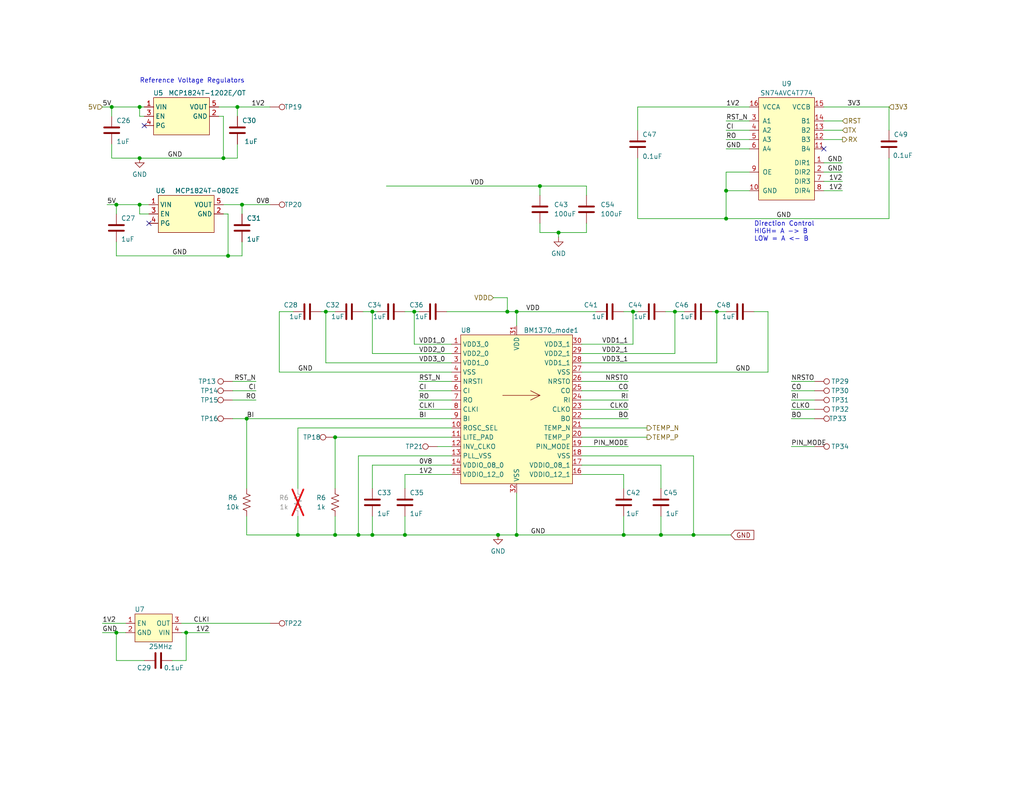
<source format=kicad_sch>
(kicad_sch (version 20231120) (generator "eeschema") (generator_version "8.0")
  (paper "A")
  (title_block (title "bitaxeGamma") (date "2024-09-26") (rev "602"))
  (lib_symbols
    (symbol "Connector:TestPoint" (pin_numbers hide) (pin_names (offset 0.762) hide)
      (property "Reference" "TP" (at 0 6.858 0))
      (property "Value" "TestPoint" (at 0 5.08 0))
      (symbol "TestPoint_0_1"
        (circle (center 0 3.302) (radius 0.762))
      )
      (symbol "TestPoint_1_1"
        (pin passive line (at 0 0 90) (length 2.54) (name "1") (number "1"))
      )
    )
    (symbol "Device:C" (pin_numbers hide) (pin_names (offset 0.254))
      (property "Reference" "C" (at 0.635 2.54 0))
      (property "Value" "C" (at 0.635 -2.54 0))
      (symbol "C_0_1"
        (polyline (pts (xy -2.032 -0.762) (xy 2.032 -0.762)) (stroke (width 0.508)))
        (polyline (pts (xy -2.032 0.762) (xy 2.032 0.762)) (stroke (width 0.508)))
      )
      (symbol "C_1_1"
        (pin passive line (at 0 3.81 270) (length 2.794) (name "~") (number "1"))
        (pin passive line (at 0 -3.81 90) (length 2.794) (name "~") (number "2"))
      )
    )
    (symbol "Device:R_US" (pin_numbers hide) (pin_names (offset 0))
      (property "Reference" "R" (at 2.54 0 90))
      (property "Value" "R_US" (at -2.54 0 90))
      (symbol "R_US_0_1"
        (polyline (pts (xy 0 -2.286) (xy 0 -2.54)))
        (polyline (pts (xy 0 2.286) (xy 0 2.54)))
        (polyline (pts (xy 0 -0.762) (xy 1.016 -1.143) (xy 0 -1.524) (xy -1.016 -1.905) (xy 0 -2.286)))
        (polyline (pts (xy 0 0.762) (xy 1.016 0.381) (xy 0 0) (xy -1.016 -0.381) (xy 0 -0.762)))
        (polyline (pts (xy 0 2.286) (xy 1.016 1.905) (xy 0 1.524) (xy -1.016 1.143) (xy 0 0.762)))
      )
      (symbol "R_US_1_1"
        (pin passive line (at 0 3.81 270) (length 1.27) (name "~") (number "1"))
        (pin passive line (at 0 -3.81 90) (length 1.27) (name "~") (number "2"))
      )
    )
    (symbol "MCP1824_1"
      (property "Reference" "U" (at -7.62 5.08 0))
      (property "Value" "MCP1824_1" (at 5.08 5.08 0))
      (symbol "MCP1824_1_0_1"
        (rectangle (start -7.62 3.81) (end 7.62 -6.35) (stroke (width 0.1524)) (fill (type background)))
      )
      (symbol "MCP1824_1_1_0"
        (pin bidirectional line (at -10.16 1.27 0) (length 2.54) (name "VIN") (number "1"))
        (pin bidirectional line (at 10.16 -1.27 180) (length 2.54) (name "GND") (number "2"))
        (pin bidirectional line (at -10.16 -1.27 0) (length 2.54) (name "EN") (number "3"))
        (pin bidirectional line (at -10.16 -3.81 0) (length 2.54) (name "PG") (number "4"))
        (pin bidirectional line (at 10.16 1.27 180) (length 2.54) (name "VOUT") (number "5"))
      )
    )
    (symbol "bitaxe:BM1370_mode1"
      (property "Reference" "U4" (at -15.24 21.59 0))
      (property "Value" "BM1370_mode1" (at 1.905 21.59 0))
      (symbol "BM1370_mode1_0_1"
        (rectangle (start -15.24 20.32) (end 15.24 -20.32) (fill (type background)))
        (polyline (pts (xy -3.81 3.81) (xy 6.35 3.81)))
        (polyline (pts (xy 3.81 2.54) (xy 6.35 3.81)))
        (polyline (pts (xy 3.81 5.08) (xy 6.35 3.81)))
      )
      (symbol "BM1370_mode1_1_1"
        (pin power_in line (at -17.78 17.78 0) (length 2.54) (name "VDD3_0") (number "1"))
        (pin unspecified line (at -17.78 -5.08 0) (length 2.54) (name "ROSC_SEL") (number "10"))
        (pin unspecified line (at -17.78 -7.62 0) (length 2.54) (name "LITE_PAD") (number "11"))
        (pin unspecified line (at -17.78 -10.16 0) (length 2.54) (name "INV_CLKO") (number "12"))
        (pin power_in line (at -17.78 -12.7 0) (length 2.54) (name "PLL_VSS") (number "13"))
        (pin power_in line (at -17.78 -15.24 0) (length 2.54) (name "VDDIO_08_0") (number "14"))
        (pin power_in line (at -17.78 -17.78 0) (length 2.54) (name "VDDIO_12_0") (number "15"))
        (pin power_in line (at 17.78 -17.78 180) (length 2.54) (name "VDDIO_12_1") (number "16"))
        (pin power_in line (at 17.78 -15.24 180) (length 2.54) (name "VDDIO_08_1") (number "17"))
        (pin power_in line (at 17.78 -12.7 180) (length 2.54) (name "VSS") (number "18"))
        (pin input line (at 17.78 -10.16 180) (length 2.54) (name "PIN_MODE") (number "19"))
        (pin power_in line (at -17.78 15.24 0) (length 2.54) (name "VDD2_0") (number "2"))
        (pin unspecified line (at 17.78 -7.62 180) (length 2.54) (name "TEMP_P") (number "20"))
        (pin unspecified line (at 17.78 -5.08 180) (length 2.54) (name "TEMP_N") (number "21"))
        (pin output line (at 17.78 -2.54 180) (length 2.54) (name "BO") (number "22"))
        (pin output line (at 17.78 0 180) (length 2.54) (name "CLKO") (number "23"))
        (pin input line (at 17.78 2.54 180) (length 2.54) (name "RI") (number "24"))
        (pin output line (at 17.78 5.08 180) (length 2.54) (name "CO") (number "25"))
        (pin output line (at 17.78 7.62 180) (length 2.54) (name "NRSTO") (number "26"))
        (pin power_in line (at 17.78 10.16 180) (length 2.54) (name "VSS") (number "27"))
        (pin power_in line (at 17.78 12.7 180) (length 2.54) (name "VDD1_1") (number "28"))
        (pin power_in line (at 17.78 15.24 180) (length 2.54) (name "VDD2_1") (number "29"))
        (pin power_in line (at -17.78 12.7 0) (length 2.54) (name "VDD1_0") (number "3"))
        (pin power_in line (at 17.78 17.78 180) (length 2.54) (name "VDD3_1") (number "30"))
        (pin power_in line (at 0 22.86 270) (length 2.54) (name "VDD") (number "31"))
        (pin power_in line (at 0 -22.86 90) (length 2.54) (name "VSS") (number "32"))
        (pin power_in line (at -17.78 10.16 0) (length 2.54) (name "VSS") (number "4"))
        (pin input line (at -17.78 7.62 0) (length 2.54) (name "NRSTI") (number "5"))
        (pin input line (at -17.78 5.08 0) (length 2.54) (name "CI") (number "6"))
        (pin output line (at -17.78 2.54 0) (length 2.54) (name "RO") (number "7"))
        (pin input line (at -17.78 0 0) (length 2.54) (name "CLKI") (number "8"))
        (pin input line (at -17.78 -2.54 0) (length 2.54) (name "BI") (number "9"))
      )
    )
    (symbol "bitaxe:MCP1824"
      (property "Reference" "U" (at -7.62 5.08 0))
      (property "Value" "MCP1824" (at 5.08 5.08 0))
      (symbol "MCP1824_0_1"
        (rectangle (start -7.62 3.81) (end 7.62 -6.35) (stroke (width 0.1524)) (fill (type background)))
      )
      (symbol "MCP1824_1_0"
        (pin bidirectional line (at -10.16 1.27 0) (length 2.54) (name "VIN") (number "1"))
        (pin bidirectional line (at 10.16 -1.27 180) (length 2.54) (name "GND") (number "2"))
        (pin bidirectional line (at -10.16 -1.27 0) (length 2.54) (name "EN") (number "3"))
        (pin bidirectional line (at -10.16 -3.81 0) (length 2.54) (name "PG") (number "4"))
        (pin bidirectional line (at 10.16 1.27 180) (length 2.54) (name "VOUT") (number "5"))
      )
    )
    (symbol "bitaxe:SN74AVC4T774" (pin_names (offset 1.016))
      (property "Reference" "U" (at -6.35 12.7 0))
      (property "Value" "SN74AVC4T774" (at -7.62 -19.05 0))
      (symbol "SN74AVC4T774_0_0"
        (rectangle (start -7.62 11.43) (end 7.62 -16.51) (stroke (width 0.1524)) (fill (type background)))
      )
      (symbol "SN74AVC4T774_1_0"
        (pin input line (at 10.16 -6.35 180) (length 2.54) (name "DIR1") (number "1"))
        (pin power_in line (at -10.16 -13.97 0) (length 2.54) (name "GND") (number "10"))
        (pin bidirectional line (at 10.16 -2.54 180) (length 2.54) (name "B4") (number "11"))
        (pin bidirectional line (at 10.16 0 180) (length 2.54) (name "B3") (number "12"))
        (pin bidirectional line (at 10.16 2.54 180) (length 2.54) (name "B2") (number "13"))
        (pin bidirectional line (at 10.16 5.08 180) (length 2.54) (name "B1") (number "14"))
        (pin power_in line (at 10.16 8.89 180) (length 2.54) (name "VCCB") (number "15"))
        (pin power_in line (at -10.16 8.89 0) (length 2.54) (name "VCCA") (number "16"))
        (pin input line (at 10.16 -8.89 180) (length 2.54) (name "DIR2") (number "2"))
        (pin bidirectional line (at -10.16 5.08 0) (length 2.54) (name "A1") (number "3"))
        (pin bidirectional line (at -10.16 2.54 0) (length 2.54) (name "A2") (number "4"))
        (pin bidirectional line (at -10.16 0 0) (length 2.54) (name "A3") (number "5"))
        (pin bidirectional line (at -10.16 -2.54 0) (length 2.54) (name "A4") (number "6"))
        (pin input line (at 10.16 -11.43 180) (length 2.54) (name "DIR3") (number "7"))
        (pin input line (at 10.16 -13.97 180) (length 2.54) (name "DIR4") (number "8"))
        (pin input line (at -10.16 -8.89 0) (length 2.54) (name "OE") (number "9"))
      )
    )
    (symbol "bitaxe:oscillator"
      (property "Reference" "U" (at -3.81 5.08 0))
      (property "Value" "oscillator" (at 0 -5.08 0))
      (symbol "oscillator_0_1"
        (rectangle (start -5.08 3.81) (end 5.08 -3.81) (stroke (width 0.1524)) (fill (type background)))
      )
      (symbol "oscillator_1_0"
        (pin bidirectional line (at -7.62 1.27 0) (length 2.54) (name "EN") (number "1"))
        (pin bidirectional line (at -7.62 -1.27 0) (length 2.54) (name "GND") (number "2"))
        (pin bidirectional line (at 7.62 1.27 180) (length 2.54) (name "OUT") (number "3"))
        (pin bidirectional line (at 7.62 -1.27 180) (length 2.54) (name "VIN") (number "4"))
      )
    )
    (symbol "power:GND" (power) (pin_names (offset 0))
      (property "Value" "GND" (at 0 -3.81 0))
      (symbol "GND_0_1"
        (polyline (pts (xy 0 0) (xy 0 -1.27) (xy 1.27 -1.27) (xy 0 -2.54) (xy -1.27 -1.27) (xy 0 -1.27)))
      )
      (symbol "GND_1_1"
        (pin power_in line (at 0 0 270) (length 0) hide (name "GND") (number "1"))
      )
    )
  )
  (junction (at 180.34 146.05))
  (junction (at 184.15 85.09))
  (junction (at 38.1 43.18))
  (junction (at 67.31 114.3))
  (junction (at 30.48 29.21) (diameter 0.9144))
  (junction (at 38.1 55.88))
  (junction (at 62.23 69.85) (diameter 0.9144))
  (junction (at 101.6 85.09))
  (junction (at 101.6 146.05))
  (junction (at 91.44 119.38))
  (junction (at 113.03 85.09))
  (junction (at 97.79 146.05))
  (junction (at 110.49 146.05))
  (junction (at 64.77 29.21) (diameter 0.9144))
  (junction (at 189.23 146.05))
  (junction (at 50.8 172.72))
  (junction (at 138.43 85.09))
  (junction (at 147.32 50.8))
  (junction (at 135.89 146.05))
  (junction (at 91.44 146.05))
  (junction (at 31.75 55.88) (diameter 0.9144))
  (junction (at 198.12 52.07))
  (junction (at 198.12 59.69))
  (junction (at 170.18 146.05))
  (junction (at 172.72 85.09))
  (junction (at 81.28 146.05))
  (junction (at 60.96 43.18) (diameter 0.9144))
  (junction (at 195.58 85.09))
  (junction (at 38.1 29.21))
  (junction (at 88.9 85.09))
  (junction (at 140.97 85.09))
  (junction (at 31.75 172.72))
  (junction (at 152.4 63.5))
  (junction (at 140.97 146.05))
  (junction (at 66.04 55.88) (diameter 0.9144))
  (no_connect (at 40.64 60.96))
  (no_connect (at 224.79 40.64))
  (no_connect (at 39.37 34.29))
  (wire (pts (xy 31.75 180.34) (xy 31.75 172.72)))
  (wire (pts (xy 180.34 146.05) (xy 189.23 146.05)))
  (wire (pts (xy 101.6 127) (xy 123.19 127)))
  (wire (pts (xy 110.49 129.54) (xy 110.49 133.35)))
  (wire (pts (xy 242.57 29.21) (xy 242.57 35.56)))
  (wire (pts (xy 88.9 99.06) (xy 88.9 85.09)))
  (wire (pts (xy 198.12 59.69) (xy 242.57 59.69)))
  (wire (pts (xy 140.97 134.62) (xy 140.97 146.05)))
  (wire (pts (xy 134.62 81.28) (xy 138.43 81.28)))
  (wire (pts (xy 91.44 140.97) (xy 91.44 146.05)))
  (wire (pts (xy 160.02 63.5) (xy 160.02 60.96)))
  (wire (pts (xy 215.9 114.3) (xy 222.25 114.3)))
  (wire (pts (xy 195.58 99.06) (xy 195.58 85.09)))
  (wire (pts (xy 198.12 52.07) (xy 198.12 59.69)))
  (wire (pts (xy 114.3 104.14) (xy 123.19 104.14)))
  (wire (pts (xy 110.49 85.09) (xy 113.03 85.09)))
  (wire (pts (xy 113.03 85.09) (xy 114.3 85.09)))
  (wire (pts (xy 158.75 121.92) (xy 171.45 121.92)))
  (wire (pts (xy 64.77 39.37) (xy 64.77 43.18)))
  (wire (pts (xy 158.75 124.46) (xy 189.23 124.46)))
  (wire (pts (xy 158.75 93.98) (xy 172.72 93.98)))
  (wire (pts (xy 81.28 146.05) (xy 91.44 146.05)))
  (wire (pts (xy 60.96 31.75) (xy 59.69 31.75)))
  (wire (pts (xy 31.75 55.88) (xy 38.1 55.88)))
  (wire (pts (xy 158.75 104.14) (xy 171.45 104.14)))
  (wire (pts (xy 88.9 85.09) (xy 91.44 85.09)))
  (wire (pts (xy 101.6 127) (xy 101.6 133.35)))
  (wire (pts (xy 76.2 101.6) (xy 76.2 85.09)))
  (wire (pts (xy 101.6 146.05) (xy 110.49 146.05)))
  (wire (pts (xy 162.56 85.09) (xy 140.97 85.09)))
  (wire (pts (xy 184.15 85.09) (xy 186.69 85.09)))
  (wire (pts (xy 46.99 180.34) (xy 50.8 180.34)))
  (wire (pts (xy 152.4 63.5) (xy 160.02 63.5)))
  (wire (pts (xy 209.55 85.09) (xy 205.74 85.09)))
  (wire (pts (xy 189.23 124.46) (xy 189.23 146.05)))
  (wire (pts (xy 152.4 64.77) (xy 152.4 63.5)))
  (wire (pts (xy 99.06 85.09) (xy 101.6 85.09)))
  (wire (pts (xy 62.23 58.42) (xy 60.96 58.42)))
  (wire (pts (xy 242.57 43.18) (xy 242.57 59.69)))
  (wire (pts (xy 180.34 127) (xy 180.34 133.35)))
  (wire (pts (xy 64.77 43.18) (xy 60.96 43.18)))
  (wire (pts (xy 31.75 66.04) (xy 31.75 69.85)))
  (wire (pts (xy 158.75 109.22) (xy 171.45 109.22)))
  (wire (pts (xy 204.47 46.99) (xy 198.12 46.99)))
  (wire (pts (xy 172.72 93.98) (xy 172.72 85.09)))
  (wire (pts (xy 50.8 172.72) (xy 57.15 172.72)))
  (wire (pts (xy 147.32 60.96) (xy 147.32 63.5)))
  (wire (pts (xy 158.75 96.52) (xy 184.15 96.52)))
  (wire (pts (xy 31.75 55.88) (xy 31.75 58.42)))
  (wire (pts (xy 67.31 140.97) (xy 67.31 146.05)))
  (wire (pts (xy 209.55 101.6) (xy 209.55 85.09)))
  (wire (pts (xy 62.23 69.85) (xy 31.75 69.85)))
  (wire (pts (xy 66.04 66.04) (xy 66.04 69.85)))
  (wire (pts (xy 224.79 35.56) (xy 229.87 35.56)))
  (wire (pts (xy 66.04 55.88) (xy 73.66 55.88)))
  (wire (pts (xy 215.9 106.68) (xy 222.25 106.68)))
  (wire (pts (xy 81.28 140.97) (xy 81.28 146.05)))
  (wire (pts (xy 50.8 180.34) (xy 50.8 172.72)))
  (wire (pts (xy 113.03 93.98) (xy 123.19 93.98)))
  (wire (pts (xy 66.04 69.85) (xy 62.23 69.85)))
  (wire (pts (xy 67.31 114.3) (xy 123.19 114.3)))
  (wire (pts (xy 38.1 58.42) (xy 38.1 55.88)))
  (wire (pts (xy 114.3 106.68) (xy 123.19 106.68)))
  (wire (pts (xy 30.48 39.37) (xy 30.48 43.18)))
  (wire (pts (xy 160.02 50.8) (xy 147.32 50.8)))
  (wire (pts (xy 38.1 29.21) (xy 39.37 29.21)))
  (wire (pts (xy 121.92 85.09) (xy 138.43 85.09)))
  (wire (pts (xy 62.23 58.42) (xy 62.23 69.85)))
  (wire (pts (xy 87.63 85.09) (xy 88.9 85.09)))
  (wire (pts (xy 91.44 119.38) (xy 91.44 133.35)))
  (wire (pts (xy 158.75 99.06) (xy 195.58 99.06)))
  (wire (pts (xy 123.19 101.6) (xy 76.2 101.6)))
  (wire (pts (xy 160.02 53.34) (xy 160.02 50.8)))
  (wire (pts (xy 101.6 96.52) (xy 123.19 96.52)))
  (wire (pts (xy 81.28 116.84) (xy 123.19 116.84)))
  (wire (pts (xy 88.9 99.06) (xy 123.19 99.06)))
  (wire (pts (xy 138.43 81.28) (xy 138.43 85.09)))
  (wire (pts (xy 158.75 127) (xy 180.34 127)))
  (wire (pts (xy 38.1 31.75) (xy 39.37 31.75)))
  (wire (pts (xy 97.79 124.46) (xy 97.79 146.05)))
  (wire (pts (xy 215.9 121.92) (xy 222.25 121.92)))
  (wire (pts (xy 224.79 38.1) (xy 229.87 38.1)))
  (wire (pts (xy 81.28 146.05) (xy 67.31 146.05)))
  (wire (pts (xy 181.61 85.09) (xy 184.15 85.09)))
  (wire (pts (xy 31.75 172.72) (xy 34.29 172.72)))
  (wire (pts (xy 224.79 46.99) (xy 229.87 46.99)))
  (wire (pts (xy 158.75 129.54) (xy 170.18 129.54)))
  (wire (pts (xy 101.6 140.97) (xy 101.6 146.05)))
  (wire (pts (xy 158.75 114.3) (xy 171.45 114.3)))
  (wire (pts (xy 215.9 111.76) (xy 222.25 111.76)))
  (wire (pts (xy 224.79 29.21) (xy 242.57 29.21)))
  (wire (pts (xy 158.75 106.68) (xy 171.45 106.68)))
  (wire (pts (xy 38.1 55.88) (xy 40.64 55.88)))
  (wire (pts (xy 158.75 101.6) (xy 209.55 101.6)))
  (wire (pts (xy 198.12 35.56) (xy 204.47 35.56)))
  (wire (pts (xy 60.96 31.75) (xy 60.96 43.18)))
  (wire (pts (xy 110.49 129.54) (xy 123.19 129.54)))
  (wire (pts (xy 110.49 140.97) (xy 110.49 146.05)))
  (wire (pts (xy 60.96 55.88) (xy 66.04 55.88)))
  (wire (pts (xy 63.5 106.68) (xy 69.85 106.68)))
  (wire (pts (xy 170.18 140.97) (xy 170.18 146.05)))
  (wire (pts (xy 198.12 33.02) (xy 204.47 33.02)))
  (wire (pts (xy 195.58 85.09) (xy 198.12 85.09)))
  (wire (pts (xy 170.18 85.09) (xy 172.72 85.09)))
  (wire (pts (xy 30.48 29.21) (xy 38.1 29.21)))
  (wire (pts (xy 27.94 29.21) (xy 30.48 29.21)))
  (wire (pts (xy 224.79 44.45) (xy 229.87 44.45)))
  (wire (pts (xy 158.75 116.84) (xy 176.53 116.84)))
  (wire (pts (xy 30.48 29.21) (xy 30.48 31.75)))
  (wire (pts (xy 27.94 170.18) (xy 34.29 170.18)))
  (wire (pts (xy 123.19 119.38) (xy 91.44 119.38)))
  (wire (pts (xy 147.32 63.5) (xy 152.4 63.5)))
  (wire (pts (xy 38.1 58.42) (xy 40.64 58.42)))
  (wire (pts (xy 119.38 121.92) (xy 123.19 121.92)))
  (wire (pts (xy 173.99 43.18) (xy 173.99 59.69)))
  (wire (pts (xy 101.6 96.52) (xy 101.6 85.09)))
  (wire (pts (xy 173.99 29.21) (xy 204.47 29.21)))
  (wire (pts (xy 29.21 55.88) (xy 31.75 55.88)))
  (wire (pts (xy 224.79 33.02) (xy 229.87 33.02)))
  (wire (pts (xy 224.79 49.53) (xy 229.87 49.53)))
  (wire (pts (xy 101.6 85.09) (xy 102.87 85.09)))
  (wire (pts (xy 189.23 146.05) (xy 199.39 146.05)))
  (wire (pts (xy 59.69 29.21) (xy 64.77 29.21)))
  (wire (pts (xy 173.99 59.69) (xy 198.12 59.69)))
  (wire (pts (xy 49.53 172.72) (xy 50.8 172.72)))
  (wire (pts (xy 76.2 85.09) (xy 80.01 85.09)))
  (wire (pts (xy 215.9 109.22) (xy 222.25 109.22)))
  (wire (pts (xy 170.18 129.54) (xy 170.18 133.35)))
  (wire (pts (xy 97.79 146.05) (xy 101.6 146.05)))
  (wire (pts (xy 198.12 38.1) (xy 204.47 38.1)))
  (wire (pts (xy 114.3 109.22) (xy 123.19 109.22)))
  (wire (pts (xy 194.31 85.09) (xy 195.58 85.09)))
  (wire (pts (xy 27.94 172.72) (xy 31.75 172.72)))
  (wire (pts (xy 158.75 119.38) (xy 176.53 119.38)))
  (wire (pts (xy 198.12 40.64) (xy 204.47 40.64)))
  (wire (pts (xy 64.77 29.21) (xy 64.77 31.75)))
  (wire (pts (xy 38.1 43.18) (xy 30.48 43.18)))
  (wire (pts (xy 67.31 114.3) (xy 67.31 133.35)))
  (wire (pts (xy 198.12 46.99) (xy 198.12 52.07)))
  (wire (pts (xy 170.18 146.05) (xy 180.34 146.05)))
  (wire (pts (xy 140.97 85.09) (xy 140.97 88.9)))
  (wire (pts (xy 113.03 85.09) (xy 113.03 93.98)))
  (wire (pts (xy 140.97 146.05) (xy 170.18 146.05)))
  (wire (pts (xy 66.04 55.88) (xy 66.04 58.42)))
  (wire (pts (xy 147.32 53.34) (xy 147.32 50.8)))
  (wire (pts (xy 64.77 29.21) (xy 73.66 29.21)))
  (wire (pts (xy 110.49 146.05) (xy 135.89 146.05)))
  (wire (pts (xy 38.1 31.75) (xy 38.1 29.21)))
  (wire (pts (xy 114.3 111.76) (xy 123.19 111.76)))
  (wire (pts (xy 173.99 29.21) (xy 173.99 35.56)))
  (wire (pts (xy 224.79 52.07) (xy 229.87 52.07)))
  (wire (pts (xy 135.89 146.05) (xy 140.97 146.05)))
  (wire (pts (xy 123.19 124.46) (xy 97.79 124.46)))
  (wire (pts (xy 81.28 116.84) (xy 81.28 133.35)))
  (wire (pts (xy 172.72 85.09) (xy 173.99 85.09)))
  (wire (pts (xy 215.9 104.14) (xy 222.25 104.14)))
  (wire (pts (xy 63.5 109.22) (xy 69.85 109.22)))
  (wire (pts (xy 91.44 146.05) (xy 97.79 146.05)))
  (wire (pts (xy 105.41 50.8) (xy 147.32 50.8)))
  (wire (pts (xy 39.37 180.34) (xy 31.75 180.34)))
  (wire (pts (xy 204.47 52.07) (xy 198.12 52.07)))
  (wire (pts (xy 184.15 96.52) (xy 184.15 85.09)))
  (wire (pts (xy 158.75 111.76) (xy 171.45 111.76)))
  (wire (pts (xy 63.5 114.3) (xy 67.31 114.3)))
  (wire (pts (xy 49.53 170.18) (xy 73.66 170.18)))
  (wire (pts (xy 63.5 104.14) (xy 69.85 104.14)))
  (wire (pts (xy 138.43 85.09) (xy 140.97 85.09)))
  (wire (pts (xy 180.34 140.97) (xy 180.34 146.05)))
  (wire (pts (xy 60.96 43.18) (xy 38.1 43.18)))
  (text "Reference Voltage Regulators" (at 38.1 22.86 0) (effects (font (size 1.27 1.27)) (justify left bottom)))
  (text "Direction Control\nHIGH= A -> B\nLOW = A <- B" (at 205.74 66.04 0) (effects (font (size 1.27 1.27)) (justify left bottom)))
  (label "GND" (at 45.72 43.18 0))
  (label "RST_N" (at 69.85 104.14 180))
  (label "GND" (at 229.87 46.99 180))
  (label "1V2" (at 114.3 129.54 0))
  (label "1V2" (at 68.58 29.21 0))
  (label "BI" (at 67.31 114.3 0))
  (label "GND" (at 27.94 172.72 0))
  (label "CLKO" (at 171.45 111.76 180))
  (label "RST_N" (at 114.3 104.14 0))
  (label "5V" (at 29.21 55.88 0))
  (label "RO" (at 114.3 109.22 0))
  (label "0V8" (at 69.85 55.88 0))
  (label "CO" (at 215.9 106.68 0))
  (label "GND" (at 144.78 146.05 0))
  (label "BO" (at 215.9 114.3 0))
  (label "GND" (at 198.12 40.64 0))
  (label "5V" (at 27.94 29.21 0))
  (label "CI" (at 198.12 35.56 0))
  (label "PIN_MODE" (at 215.9 121.92 0))
  (label "1V2" (at 229.87 49.53 180))
  (label "CI" (at 69.85 106.68 180))
  (label "1V2" (at 27.94 170.18 0))
  (label "RO" (at 198.12 38.1 0))
  (label "NRSTO" (at 215.9 104.14 0))
  (label "PIN_MODE" (at 171.45 121.92 180))
  (label "0V8" (at 114.3 127 0))
  (label "GND" (at 46.99 69.85 0))
  (label "1V2" (at 229.87 52.07 180))
  (label "VDD3_1" (at 171.45 99.06 180))
  (label "VDD2_1" (at 171.45 96.52 180))
  (label "RI" (at 215.9 109.22 0))
  (label "RST_N" (at 198.12 33.02 0))
  (label "CLKI" (at 114.3 111.76 0))
  (label "1V2" (at 198.12 29.21 0))
  (label "CO" (at 171.45 106.68 180))
  (label "VDD1_0" (at 114.3 93.98 0))
  (label "VDD3_0" (at 114.3 99.06 0))
  (label "CLKO" (at 215.9 111.76 0))
  (label "CLKI" (at 57.15 170.18 180))
  (label "3V3" (at 231.14 29.21 0))
  (label "RO" (at 69.85 109.22 180))
  (label "VDD1_1" (at 171.45 93.98 180))
  (label "GND" (at 81.28 101.6 0))
  (label "VDD" (at 143.51 85.09 0))
  (label "BO" (at 171.45 114.3 180))
  (label "GND" (at 215.9 59.69 180))
  (label "RI" (at 171.45 109.22 180))
  (label "1V2" (at 57.15 172.72 180))
  (label "VDD2_0" (at 114.3 96.52 0))
  (label "NRSTO" (at 171.45 104.14 180))
  (label "GND" (at 200.66 101.6 0))
  (label "GND" (at 229.87 44.45 180))
  (label "CI" (at 114.3 106.68 0))
  (label "VDD" (at 128.27 50.8 0))
  (label "BI" (at 114.3 114.3 0))
  (global_label "GND" (shape input) (at 199.39 146.05 0) (property "Intersheetrefs" "${INTERSHEET_REFS}" (effects (hide yes))))
  (hierarchical_label "5V" (shape input) (at 27.94 29.21 180))
  (hierarchical_label "TEMP_N" (shape output) (at 176.53 116.84 0))
  (hierarchical_label "3V3" (shape input) (at 242.57 29.21 0))
  (hierarchical_label "TX" (shape input) (at 229.87 35.56 0))
  (hierarchical_label "RX" (shape output) (at 229.87 38.1 0))
  (hierarchical_label "VDD" (shape input) (at 134.62 81.28 180))
  (hierarchical_label "RST" (shape input) (at 229.87 33.02 0))
  (hierarchical_label "TEMP_P" (shape output) (at 176.53 119.38 0))
  (symbol (lib_id "Device:C") (at 64.77 35.56 0) (unit 1)
    (property "Reference" "C30" (at 66.04 33.655 0) (effects (justify left bottom)))
    (property "Value" "1uF" (at 66.675 39.37 0) (effects (justify left bottom)))
    (property "Footprint" "Capacitor_SMD:C_0402_1005Metric" (effects (hide yes)))
    (property "DK" "587-5514-1-ND" (effects (hide yes)))
    (property "PARTNO" "EMK105BJ105MV-F" (effects (hide yes)))
  )
  (symbol (lib_id "Device:C") (at 30.48 35.56 0) (unit 1)
    (property "Reference" "C26" (at 31.75 33.655 0) (effects (justify left bottom)))
    (property "Value" "1uF" (at 31.75 39.37 0) (effects (justify left bottom)))
    (property "Footprint" "Capacitor_SMD:C_0402_1005Metric" (effects (hide yes)))
    (property "DK" "587-5514-1-ND" (effects (hide yes)))
    (property "PARTNO" "EMK105BJ105MV-F" (effects (hide yes)))
  )
  (symbol (lib_id "Device:C") (at 160.02 57.15 0) (unit 1)
    (property "Reference" "C54" (at 163.83 55.8799 0) (effects (justify left)))
    (property "Value" "100uF" (at 163.83 58.4199 0) (effects (justify left)))
    (property "Footprint" "Capacitor_SMD:C_1206_3216Metric" (effects (hide yes)))
    (property "Description" "Unpolarized capacitor" (effects (hide yes)))
    (property "DK" "1276-1782-1-ND" (effects (hide yes)))
    (property "PARTNO" "CL31A107MQHNNNE" (effects (hide yes)))
  )
  (symbol (lib_id "Device:C") (at 118.11 85.09 90) (unit 1)
    (property "Reference" "C36" (at 115.57 82.55 90) (effects (justify left bottom)))
    (property "Value" "1uF" (at 116.84 85.725 90) (effects (justify left bottom)))
    (property "Footprint" "Capacitor_SMD:C_0402_1005Metric" (effects (hide yes)))
    (property "DK" "587-5514-1-ND" (effects (hide yes)))
    (property "PARTNO" "EMK105BJ105MV-F" (effects (hide yes)))
  )
  (symbol (lib_id "Connector:TestPoint") (at 222.25 114.3 270) (unit 1) (in_bom no)
    (property "Reference" "TP33" (at 228.6 114.3 90))
    (property "Value" "TestPoint" (effects (hide yes)))
    (property "Footprint" "TestPoint:TestPoint_Pad_D1.5mm" (effects (hide yes)))
  )
  (symbol (lib_id "Connector:TestPoint") (at 222.25 109.22 270) (unit 1) (in_bom no)
    (property "Reference" "TP31" (at 229.235 109.22 90))
    (property "Value" "TestPoint" (effects (hide yes)))
    (property "Footprint" "TestPoint:TestPoint_Pad_D1.5mm" (effects (hide yes)))
  )
  (symbol (lib_id "Connector:TestPoint") (at 222.25 111.76 270) (unit 1) (in_bom no)
    (property "Reference" "TP32" (at 229.235 111.76 90))
    (property "Value" "TestPoint" (effects (hide yes)))
    (property "Footprint" "TestPoint:TestPoint_Pad_D1.5mm" (effects (hide yes)))
  )
  (symbol (lib_id "Device:C") (at 190.5 85.09 90) (unit 1)
    (property "Reference" "C46" (at 187.96 82.55 90) (effects (justify left bottom)))
    (property "Value" "1uF" (at 189.23 85.725 90) (effects (justify left bottom)))
    (property "Footprint" "Capacitor_SMD:C_0402_1005Metric" (effects (hide yes)))
    (property "DK" "587-5514-1-ND" (effects (hide yes)))
    (property "PARTNO" "EMK105BJ105MV-F" (effects (hide yes)))
  )
  (symbol (lib_id "Device:C") (at 201.93 85.09 90) (unit 1)
    (property "Reference" "C48" (at 199.39 82.55 90) (effects (justify left bottom)))
    (property "Value" "1uF" (at 200.66 85.725 90) (effects (justify left bottom)))
    (property "Footprint" "Capacitor_SMD:C_0402_1005Metric" (effects (hide yes)))
    (property "DK" "587-5514-1-ND" (effects (hide yes)))
    (property "PARTNO" "EMK105BJ105MV-F" (effects (hide yes)))
  )
  (symbol (lib_id "Device:C") (at 43.18 180.34 90) (unit 1)
    (property "Reference" "C29" (at 41.275 181.61 90) (effects (justify left bottom)))
    (property "Value" "0.1uF" (at 50.165 181.61 90) (effects (justify left bottom)))
    (property "Footprint" "Capacitor_SMD:C_0402_1005Metric" (effects (hide yes)))
    (property "DK" "1276-1234-1-ND" (effects (hide yes)))
    (property "PARTNO" "CL05A104KO5NNNC" (effects (hide yes)))
  )
  (symbol (lib_id "power:GND") (at 135.89 146.05 0) (mirror y) (unit 1)
    (property "Reference" "#PWR02" (effects (hide yes)))
    (property "Value" "GND" (at 135.89 150.495 0))
  )
  (symbol (lib_id "Device:C") (at 177.8 85.09 90) (unit 1)
    (property "Reference" "C44" (at 175.26 82.55 90) (effects (justify left bottom)))
    (property "Value" "1uF" (at 176.53 85.725 90) (effects (justify left bottom)))
    (property "Footprint" "Capacitor_SMD:C_0402_1005Metric" (effects (hide yes)))
    (property "DK" "587-5514-1-ND" (effects (hide yes)))
    (property "PARTNO" "EMK105BJ105MV-F" (effects (hide yes)))
  )
  (symbol (lib_id "Device:R_US") (at 81.28 137.16 180) (unit 1) (in_bom no) (on_board no) (dnp yes)
    (property "Reference" "R6" (at 77.47 135.89 0))
    (property "Value" "1k" (at 77.47 138.43 0))
    (property "Footprint" "Resistor_SMD:R_0402_1005Metric" (effects (hide yes)))
    (property "DK" "311-1.00KLRCT-ND" (effects (hide yes)))
    (property "PARTNO" "RC0402FR-071KL" (effects (hide yes)))
  )
  (symbol (lib_id "Device:C") (at 101.6 137.16 0) (unit 1)
    (property "Reference" "C33" (at 102.87 135.255 0) (effects (justify left bottom)))
    (property "Value" "1uF" (at 102.87 140.97 0) (effects (justify left bottom)))
    (property "Footprint" "Capacitor_SMD:C_0402_1005Metric" (effects (hide yes)))
    (property "DK" "587-5514-1-ND" (effects (hide yes)))
    (property "PARTNO" "EMK105BJ105MV-F" (effects (hide yes)))
  )
  (symbol (lib_id "Connector:TestPoint") (at 73.66 55.88 270) (mirror x) (unit 1) (in_bom no)
    (property "Reference" "TP20" (at 80.01 55.88 90))
    (property "Value" "TestPoint" (effects (hide yes)))
    (property "Footprint" "TestPoint:TestPoint_Pad_D1.5mm" (effects (hide yes)))
  )
  (symbol (lib_id "Device:C") (at 166.37 85.09 90) (unit 1)
    (property "Reference" "C41" (at 163.195 82.55 90) (effects (justify left bottom)))
    (property "Value" "1uF" (at 165.1 85.725 90) (effects (justify left bottom)))
    (property "Footprint" "Capacitor_SMD:C_0402_1005Metric" (effects (hide yes)))
    (property "DK" "587-5514-1-ND" (effects (hide yes)))
    (property "PARTNO" "EMK105BJ105MV-F" (effects (hide yes)))
  )
  (symbol (lib_id "Device:R_US") (at 91.44 137.16 180) (unit 1)
    (property "Reference" "R6" (at 87.63 135.89 0))
    (property "Value" "1k" (at 87.63 138.43 0))
    (property "Footprint" "Resistor_SMD:R_0402_1005Metric" (effects (hide yes)))
    (property "DK" "311-1.00KLRCT-ND" (effects (hide yes)))
    (property "PARTNO" "RC0402FR-071KL" (effects (hide yes)))
  )
  (symbol (lib_id "Device:C") (at 242.57 39.37 0) (unit 1)
    (property "Reference" "C49" (at 243.84 37.465 0) (effects (justify left bottom)))
    (property "Value" "0.1uF" (at 243.586 43.18 0) (effects (justify left bottom)))
    (property "Footprint" "Capacitor_SMD:C_0402_1005Metric" (effects (hide yes)))
    (property "DK" "1276-1234-1-ND" (effects (hide yes)))
    (property "PARTNO" "CL05A104KO5NNNC" (effects (hide yes)))
  )
  (symbol (lib_id "bitaxe:SN74AVC4T774") (at 214.63 38.1 0) (unit 1)
    (property "Reference" "U9" (at 214.63 22.86 0))
    (property "Value" "SN74AVC4T774" (at 214.63 25.4 0))
    (property "Footprint" "Package_SO:TSSOP-16_4.4x5mm_P0.65mm" (effects (hide yes)))
    (property "Datasheet" "https://www.ti.com/lit/ds/symlink/sn74avc4t774.pdf" (effects (hide yes)))
    (property "DK" "296-24739-1-ND" (effects (hide yes)))
    (property "PARTNO" "SN74AVC4T774PWR" (effects (hide yes)))
  )
  (symbol (lib_id "Device:C") (at 147.32 57.15 0) (unit 1)
    (property "Reference" "C43" (at 151.13 55.8799 0) (effects (justify left)))
    (property "Value" "100uF" (at 151.13 58.4199 0) (effects (justify left)))
    (property "Footprint" "Capacitor_SMD:C_1206_3216Metric" (effects (hide yes)))
    (property "Description" "Unpolarized capacitor" (effects (hide yes)))
    (property "DK" "1276-1782-1-ND" (effects (hide yes)))
    (property "PARTNO" "CL31A107MQHNNNE" (effects (hide yes)))
  )
  (symbol (lib_name "MCP1824_1") (lib_id "bitaxe:MCP1824") (at 50.8 57.15 0) (unit 1)
    (property "Reference" "U6" (at 43.815 52.07 0))
    (property "Value" "MCP1824T-0802E" (at 56.515 52.07 0))
    (property "Footprint" "Package_TO_SOT_SMD:SOT-23-5" (effects (hide yes)))
    (property "Datasheet" "https://ww1.microchip.com/downloads/en/DeviceDoc/22070a.pdf" (effects (hide yes)))
    (property "PARTNO" "MCP1824T-0802E/OT" (effects (hide yes)))
    (property "DK" "MCP1824T-0802E/OTCT-ND" (effects (hide yes)))
  )
  (symbol (lib_id "Connector:TestPoint") (at 91.44 119.38 90) (unit 1) (in_bom no)
    (property "Reference" "TP18" (at 85.09 119.38 90))
    (property "Value" "TestPoint" (effects (hide yes)))
    (property "Footprint" "TestPoint:TestPoint_Pad_D1.5mm" (effects (hide yes)))
  )
  (symbol (lib_id "Connector:TestPoint") (at 119.38 121.92 90) (unit 1) (in_bom no)
    (property "Reference" "TP21" (at 113.03 121.92 90))
    (property "Value" "TestPoint" (effects (hide yes)))
    (property "Footprint" "TestPoint:TestPoint_Pad_D1.5mm" (effects (hide yes)))
  )
  (symbol (lib_id "Device:C") (at 83.82 85.09 90) (unit 1)
    (property "Reference" "C28" (at 81.28 82.55 90) (effects (justify left bottom)))
    (property "Value" "1uF" (at 82.55 85.725 90) (effects (justify left bottom)))
    (property "Footprint" "Capacitor_SMD:C_0402_1005Metric" (effects (hide yes)))
    (property "DK" "587-5514-1-ND" (effects (hide yes)))
    (property "PARTNO" "EMK105BJ105MV-F" (effects (hide yes)))
  )
  (symbol (lib_id "power:GND") (at 152.4 64.77 0) (mirror y) (unit 1)
    (property "Reference" "#PWR03" (effects (hide yes)))
    (property "Value" "GND" (at 152.4 69.215 0))
  )
  (symbol (lib_id "Device:C") (at 180.34 137.16 0) (unit 1)
    (property "Reference" "C45" (at 180.975 135.255 0) (effects (justify left bottom)))
    (property "Value" "1uF" (at 181.61 140.97 0) (effects (justify left bottom)))
    (property "Footprint" "Capacitor_SMD:C_0402_1005Metric" (effects (hide yes)))
    (property "DK" "587-5514-1-ND" (effects (hide yes)))
    (property "PARTNO" "EMK105BJ105MV-F" (effects (hide yes)))
  )
  (symbol (lib_id "Connector:TestPoint") (at 63.5 109.22 90) (unit 1) (in_bom no)
    (property "Reference" "TP15" (at 57.15 109.22 90))
    (property "Value" "TestPoint" (effects (hide yes)))
    (property "Footprint" "TestPoint:TestPoint_Pad_D1.5mm" (effects (hide yes)))
  )
  (symbol (lib_id "power:GND") (at 38.1 43.18 0) (mirror y) (unit 1)
    (property "Reference" "#PWR01" (effects (hide yes)))
    (property "Value" "GND" (at 38.1 47.625 0))
  )
  (symbol (lib_id "Device:C") (at 170.18 137.16 0) (unit 1)
    (property "Reference" "C42" (at 170.815 135.255 0) (effects (justify left bottom)))
    (property "Value" "1uF" (at 170.815 140.97 0) (effects (justify left bottom)))
    (property "Footprint" "Capacitor_SMD:C_0402_1005Metric" (effects (hide yes)))
    (property "DK" "587-5514-1-ND" (effects (hide yes)))
    (property "PARTNO" "EMK105BJ105MV-F" (effects (hide yes)))
  )
  (symbol (lib_id "Connector:TestPoint") (at 73.66 170.18 270) (unit 1) (in_bom no)
    (property "Reference" "TP22" (at 80.01 170.18 90))
    (property "Value" "TestPoint" (effects (hide yes)))
    (property "Footprint" "TestPoint:TestPoint_Pad_D1.5mm" (effects (hide yes)))
  )
  (symbol (lib_id "bitaxe:BM1370_mode1") (at 140.97 111.76 0) (unit 1)
    (property "Reference" "U8" (at 125.73 90.17 0) (effects (justify left)))
    (property "Value" "BM1370_mode1" (at 142.875 90.17 0) (effects (justify left)))
    (property "Footprint" "bitaxe:BM1370" (effects (hide yes)))
  )
  (symbol (lib_id "Device:R_US") (at 67.31 137.16 180) (unit 1)
    (property "Reference" "R6" (at 63.5 135.89 0))
    (property "Value" "10k" (at 63.5 138.43 0))
    (property "Footprint" "Resistor_SMD:R_0402_1005Metric" (effects (hide yes)))
    (property "DK" "311-10KJRCT-ND" (effects (hide yes)))
    (property "PARTNO" "RC0402JR-0710KL" (effects (hide yes)))
  )
  (symbol (lib_id "Connector:TestPoint") (at 63.5 106.68 90) (unit 1) (in_bom no)
    (property "Reference" "TP14" (at 57.15 106.68 90))
    (property "Value" "TestPoint" (effects (hide yes)))
    (property "Footprint" "TestPoint:TestPoint_Pad_D1.5mm" (effects (hide yes)))
  )
  (symbol (lib_id "Device:C") (at 95.25 85.09 90) (unit 1)
    (property "Reference" "C32" (at 92.71 82.55 90) (effects (justify left bottom)))
    (property "Value" "1uF" (at 93.98 85.725 90) (effects (justify left bottom)))
    (property "Footprint" "Capacitor_SMD:C_0402_1005Metric" (effects (hide yes)))
    (property "DK" "587-5514-1-ND" (effects (hide yes)))
    (property "PARTNO" "EMK105BJ105MV-F" (effects (hide yes)))
  )
  (symbol (lib_id "Connector:TestPoint") (at 222.25 121.92 270) (unit 1) (in_bom no)
    (property "Reference" "TP34" (at 229.235 121.92 90))
    (property "Value" "TestPoint" (effects (hide yes)))
    (property "Footprint" "TestPoint:TestPoint_Pad_D1.5mm" (effects (hide yes)))
  )
  (symbol (lib_id "Connector:TestPoint") (at 63.5 114.3 90) (unit 1) (in_bom no)
    (property "Reference" "TP16" (at 57.15 114.3 90))
    (property "Value" "TestPoint" (effects (hide yes)))
    (property "Footprint" "TestPoint:TestPoint_Pad_D1.5mm" (effects (hide yes)))
  )
  (symbol (lib_id "Connector:TestPoint") (at 73.66 29.21 270) (mirror x) (unit 1) (in_bom no)
    (property "Reference" "TP19" (at 80.01 29.21 90))
    (property "Value" "TestPoint" (effects (hide yes)))
    (property "Footprint" "TestPoint:TestPoint_Pad_D1.5mm" (effects (hide yes)))
  )
  (symbol (lib_id "bitaxe:oscillator") (at 41.91 171.45 0) (unit 1)
    (property "Reference" "U7" (at 38.1 166.37 0))
    (property "Value" "25MHz" (at 43.815 176.53 0))
    (property "Footprint" "bitaxe:SMD3225-4P" (effects (hide yes)))
    (property "PARTNO" "SX3M25.000E20F30THN" (effects (hide yes)))
    (property "LCSC" "C5137262" (effects (hide yes)))
  )
  (symbol (lib_id "bitaxe:MCP1824") (at 49.53 30.48 0) (unit 1)
    (property "Reference" "U5" (at 43.18 25.4 0))
    (property "Value" "MCP1824T-1202E/OT" (at 56.515 25.4 0))
    (property "Footprint" "Package_TO_SOT_SMD:SOT-23-5" (effects (hide yes)))
    (property "Datasheet" "https://ww1.microchip.com/downloads/en/DeviceDoc/22070a.pdf" (effects (hide yes)))
    (property "PARTNO" "MCP1824T-1202E/OT" (effects (hide yes)))
    (property "DK" "MCP1824T-1202E/OTCT-ND" (effects (hide yes)))
  )
  (symbol (lib_id "Device:C") (at 31.75 62.23 0) (unit 1)
    (property "Reference" "C27" (at 33.02 60.325 0) (effects (justify left bottom)))
    (property "Value" "1uF" (at 33.02 66.04 0) (effects (justify left bottom)))
    (property "Footprint" "Capacitor_SMD:C_0402_1005Metric" (effects (hide yes)))
    (property "DK" "587-5514-1-ND" (effects (hide yes)))
    (property "PARTNO" "EMK105BJ105MV-F" (effects (hide yes)))
  )
  (symbol (lib_id "Device:C") (at 106.68 85.09 90) (unit 1)
    (property "Reference" "C34" (at 104.14 82.55 90) (effects (justify left bottom)))
    (property "Value" "1uF" (at 105.41 85.725 90) (effects (justify left bottom)))
    (property "Footprint" "Capacitor_SMD:C_0402_1005Metric" (effects (hide yes)))
    (property "DK" "587-5514-1-ND" (effects (hide yes)))
    (property "PARTNO" "EMK105BJ105MV-F" (effects (hide yes)))
  )
  (symbol (lib_id "Device:C") (at 173.99 39.37 0) (unit 1)
    (property "Reference" "C47" (at 175.26 37.465 0) (effects (justify left bottom)))
    (property "Value" "0.1uF" (at 175.26 43.434 0) (effects (justify left bottom)))
    (property "Footprint" "Capacitor_SMD:C_0402_1005Metric" (effects (hide yes)))
    (property "DK" "1276-1234-1-ND" (effects (hide yes)))
    (property "PARTNO" "CL05A104KO5NNNC" (effects (hide yes)))
  )
  (symbol (lib_id "Connector:TestPoint") (at 222.25 106.68 270) (unit 1) (in_bom no)
    (property "Reference" "TP30" (at 229.235 106.68 90))
    (property "Value" "TestPoint" (effects (hide yes)))
    (property "Footprint" "TestPoint:TestPoint_Pad_D1.5mm" (effects (hide yes)))
  )
  (symbol (lib_id "Device:C") (at 110.49 137.16 0) (unit 1)
    (property "Reference" "C35" (at 111.76 135.255 0) (effects (justify left bottom)))
    (property "Value" "1uF" (at 111.76 140.97 0) (effects (justify left bottom)))
    (property "Footprint" "Capacitor_SMD:C_0402_1005Metric" (effects (hide yes)))
    (property "DK" "587-5514-1-ND" (effects (hide yes)))
    (property "PARTNO" "EMK105BJ105MV-F" (effects (hide yes)))
  )
  (symbol (lib_id "Device:C") (at 66.04 62.23 0) (unit 1)
    (property "Reference" "C31" (at 67.31 60.325 0) (effects (justify left bottom)))
    (property "Value" "1uF" (at 67.31 66.04 0) (effects (justify left bottom)))
    (property "Footprint" "Capacitor_SMD:C_0402_1005Metric" (effects (hide yes)))
    (property "DK" "587-5514-1-ND" (effects (hide yes)))
    (property "PARTNO" "EMK105BJ105MV-F" (effects (hide yes)))
  )
  (symbol (lib_id "Connector:TestPoint") (at 63.5 104.14 90) (unit 1) (in_bom no)
    (property "Reference" "TP13" (at 56.515 104.14 90))
    (property "Value" "TestPoint" (effects (hide yes)))
    (property "Footprint" "TestPoint:TestPoint_Pad_D1.5mm" (effects (hide yes)))
  )
  (symbol (lib_id "Connector:TestPoint") (at 222.25 104.14 270) (unit 1) (in_bom no)
    (property "Reference" "TP29" (at 229.235 104.14 90))
    (property "Value" "TestPoint" (effects (hide yes)))
    (property "Footprint" "TestPoint:TestPoint_Pad_D1.5mm" (effects (hide yes)))
  )
)
</source>
